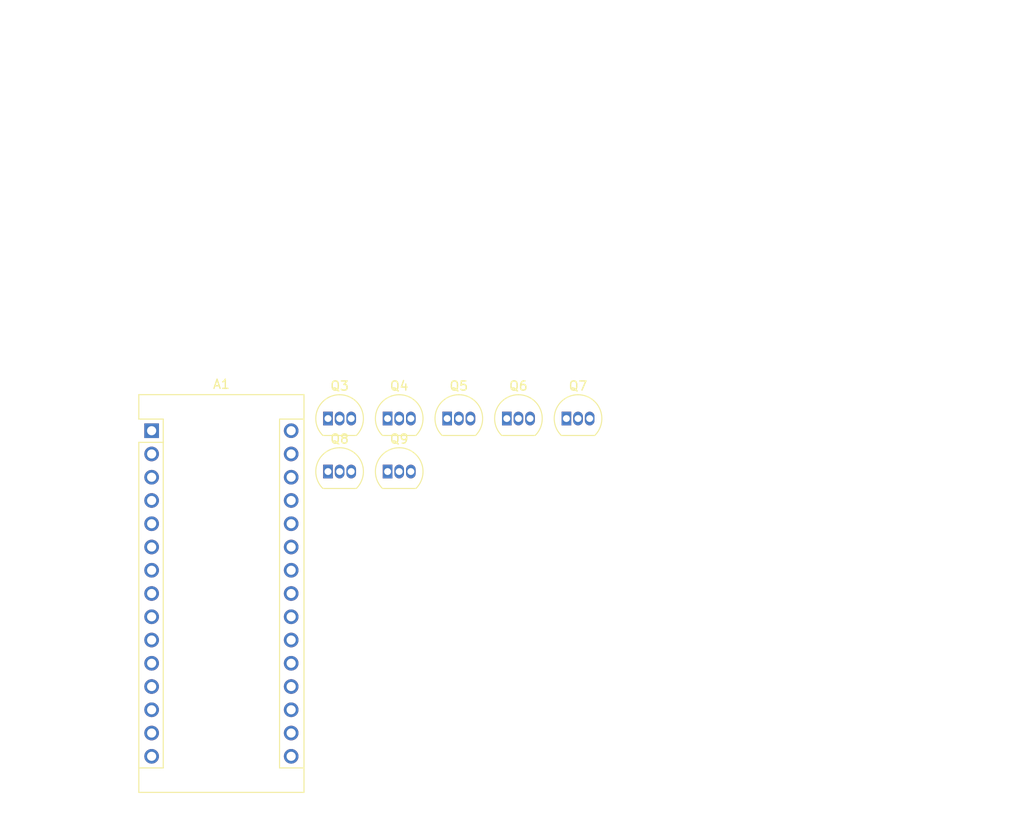
<source format=kicad_pcb>
(kicad_pcb (version 20171130) (host pcbnew "(5.1.9)-1")

  (general
    (thickness 1.6)
    (drawings 1)
    (tracks 0)
    (zones 0)
    (modules 8)
    (nets 38)
  )

  (page A4)
  (layers
    (0 F.Cu signal)
    (31 B.Cu signal)
    (32 B.Adhes user)
    (33 F.Adhes user)
    (34 B.Paste user)
    (35 F.Paste user)
    (36 B.SilkS user)
    (37 F.SilkS user)
    (38 B.Mask user)
    (39 F.Mask user)
    (40 Dwgs.User user)
    (41 Cmts.User user)
    (42 Eco1.User user)
    (43 Eco2.User user)
    (44 Edge.Cuts user)
    (45 Margin user)
    (46 B.CrtYd user)
    (47 F.CrtYd user)
    (48 B.Fab user)
    (49 F.Fab user)
  )

  (setup
    (last_trace_width 0.25)
    (trace_clearance 0.2)
    (zone_clearance 0.508)
    (zone_45_only no)
    (trace_min 0.2)
    (via_size 0.8)
    (via_drill 0.4)
    (via_min_size 0.4)
    (via_min_drill 0.3)
    (uvia_size 0.3)
    (uvia_drill 0.1)
    (uvias_allowed no)
    (uvia_min_size 0.2)
    (uvia_min_drill 0.1)
    (edge_width 0.05)
    (segment_width 0.2)
    (pcb_text_width 0.3)
    (pcb_text_size 1.5 1.5)
    (mod_edge_width 0.12)
    (mod_text_size 1 1)
    (mod_text_width 0.15)
    (pad_size 1.524 1.524)
    (pad_drill 0.762)
    (pad_to_mask_clearance 0)
    (aux_axis_origin 0 0)
    (visible_elements FFFFFF7F)
    (pcbplotparams
      (layerselection 0x010fc_ffffffff)
      (usegerberextensions false)
      (usegerberattributes true)
      (usegerberadvancedattributes true)
      (creategerberjobfile true)
      (excludeedgelayer true)
      (linewidth 0.100000)
      (plotframeref false)
      (viasonmask false)
      (mode 1)
      (useauxorigin false)
      (hpglpennumber 1)
      (hpglpenspeed 20)
      (hpglpendiameter 15.000000)
      (psnegative false)
      (psa4output false)
      (plotreference true)
      (plotvalue true)
      (plotinvisibletext false)
      (padsonsilk false)
      (subtractmaskfromsilk false)
      (outputformat 1)
      (mirror false)
      (drillshape 1)
      (scaleselection 1)
      (outputdirectory ""))
  )

  (net 0 "")
  (net 1 /LED_LOW_BAT_GPIO)
  (net 2 /SEG_H_GPIO)
  (net 3 "Net-(A1-Pad30)")
  (net 4 /SEG_G_GPIO)
  (net 5 GND)
  (net 6 /SEG_F_GPIO)
  (net 7 "Net-(A1-Pad28)")
  (net 8 /SEG_E_GPIO)
  (net 9 +1V0)
  (net 10 /SEG_D_GPIO)
  (net 11 "Net-(A1-Pad26)")
  (net 12 /SEG_C_GPIO)
  (net 13 "Net-(A1-Pad25)")
  (net 14 /SEG_B_GPIO)
  (net 15 "Net-(A1-Pad24)")
  (net 16 /SEG_A_GPIO)
  (net 17 "Net-(A1-Pad23)")
  (net 18 /DIG3_BASE)
  (net 19 "Net-(A1-Pad22)")
  (net 20 /DIG2_BASE)
  (net 21 "Net-(A1-Pad21)")
  (net 22 /DIG1_BASE)
  (net 23 "Net-(A1-Pad20)")
  (net 24 /+CELL_ENA)
  (net 25 "Net-(A1-Pad3)")
  (net 26 "Net-(A1-Pad18)")
  (net 27 /RX)
  (net 28 "Net-(A1-Pad17)")
  (net 29 /TX)
  (net 30 "Net-(Q2-Pad2)")
  (net 31 "Net-(Q3-Pad2)")
  (net 32 /DIG1)
  (net 33 "Net-(Q4-Pad2)")
  (net 34 /DIG2)
  (net 35 "Net-(Q6-Pad2)")
  (net 36 /DIG3)
  (net 37 "Net-(Q8-Pad2)")

  (net_class Default "This is the default net class."
    (clearance 0.2)
    (trace_width 0.25)
    (via_dia 0.8)
    (via_drill 0.4)
    (uvia_dia 0.3)
    (uvia_drill 0.1)
    (add_net +1V0)
    (add_net /+CELL_ENA)
    (add_net /DIG1)
    (add_net /DIG1_BASE)
    (add_net /DIG2)
    (add_net /DIG2_BASE)
    (add_net /DIG3)
    (add_net /DIG3_BASE)
    (add_net /LED_LOW_BAT_GPIO)
    (add_net /RX)
    (add_net /SEG_A_GPIO)
    (add_net /SEG_B_GPIO)
    (add_net /SEG_C_GPIO)
    (add_net /SEG_D_GPIO)
    (add_net /SEG_E_GPIO)
    (add_net /SEG_F_GPIO)
    (add_net /SEG_G_GPIO)
    (add_net /SEG_H_GPIO)
    (add_net /TX)
    (add_net GND)
    (add_net "Net-(A1-Pad17)")
    (add_net "Net-(A1-Pad18)")
    (add_net "Net-(A1-Pad20)")
    (add_net "Net-(A1-Pad21)")
    (add_net "Net-(A1-Pad22)")
    (add_net "Net-(A1-Pad23)")
    (add_net "Net-(A1-Pad24)")
    (add_net "Net-(A1-Pad25)")
    (add_net "Net-(A1-Pad26)")
    (add_net "Net-(A1-Pad28)")
    (add_net "Net-(A1-Pad3)")
    (add_net "Net-(A1-Pad30)")
    (add_net "Net-(Q2-Pad2)")
    (add_net "Net-(Q3-Pad2)")
    (add_net "Net-(Q4-Pad2)")
    (add_net "Net-(Q6-Pad2)")
    (add_net "Net-(Q8-Pad2)")
  )

  (module Package_TO_SOT_THT:TO-92_Inline (layer F.Cu) (tedit 5A1DD157) (tstamp 622F05DB)
    (at 118.48 102.25)
    (descr "TO-92 leads in-line, narrow, oval pads, drill 0.75mm (see NXP sot054_po.pdf)")
    (tags "to-92 sc-43 sc-43a sot54 PA33 transistor")
    (path /622B4FEF)
    (fp_text reference Q9 (at 1.27 -3.56) (layer F.SilkS)
      (effects (font (size 1 1) (thickness 0.15)))
    )
    (fp_text value BC547 (at 1.27 2.79) (layer F.Fab)
      (effects (font (size 1 1) (thickness 0.15)))
    )
    (fp_arc (start 1.27 0) (end 1.27 -2.6) (angle 135) (layer F.SilkS) (width 0.12))
    (fp_arc (start 1.27 0) (end 1.27 -2.48) (angle -135) (layer F.Fab) (width 0.1))
    (fp_arc (start 1.27 0) (end 1.27 -2.6) (angle -135) (layer F.SilkS) (width 0.12))
    (fp_arc (start 1.27 0) (end 1.27 -2.48) (angle 135) (layer F.Fab) (width 0.1))
    (fp_text user %R (at 1.27 0) (layer F.Fab)
      (effects (font (size 1 1) (thickness 0.15)))
    )
    (fp_line (start -0.53 1.85) (end 3.07 1.85) (layer F.SilkS) (width 0.12))
    (fp_line (start -0.5 1.75) (end 3 1.75) (layer F.Fab) (width 0.1))
    (fp_line (start -1.46 -2.73) (end 4 -2.73) (layer F.CrtYd) (width 0.05))
    (fp_line (start -1.46 -2.73) (end -1.46 2.01) (layer F.CrtYd) (width 0.05))
    (fp_line (start 4 2.01) (end 4 -2.73) (layer F.CrtYd) (width 0.05))
    (fp_line (start 4 2.01) (end -1.46 2.01) (layer F.CrtYd) (width 0.05))
    (pad 1 thru_hole rect (at 0 0) (size 1.05 1.5) (drill 0.75) (layers *.Cu *.Mask)
      (net 36 /DIG3))
    (pad 3 thru_hole oval (at 2.54 0) (size 1.05 1.5) (drill 0.75) (layers *.Cu *.Mask)
      (net 5 GND))
    (pad 2 thru_hole oval (at 1.27 0) (size 1.05 1.5) (drill 0.75) (layers *.Cu *.Mask)
      (net 37 "Net-(Q8-Pad2)"))
    (model ${KISYS3DMOD}/Package_TO_SOT_THT.3dshapes/TO-92_Inline.wrl
      (at (xyz 0 0 0))
      (scale (xyz 1 1 1))
      (rotate (xyz 0 0 0))
    )
  )

  (module Package_TO_SOT_THT:TO-92_Inline (layer F.Cu) (tedit 5A1DD157) (tstamp 622F05C9)
    (at 111.97 102.25)
    (descr "TO-92 leads in-line, narrow, oval pads, drill 0.75mm (see NXP sot054_po.pdf)")
    (tags "to-92 sc-43 sc-43a sot54 PA33 transistor")
    (path /622B5006)
    (fp_text reference Q8 (at 1.27 -3.56) (layer F.SilkS)
      (effects (font (size 1 1) (thickness 0.15)))
    )
    (fp_text value BC557 (at 1.27 2.79) (layer F.Fab)
      (effects (font (size 1 1) (thickness 0.15)))
    )
    (fp_arc (start 1.27 0) (end 1.27 -2.6) (angle 135) (layer F.SilkS) (width 0.12))
    (fp_arc (start 1.27 0) (end 1.27 -2.48) (angle -135) (layer F.Fab) (width 0.1))
    (fp_arc (start 1.27 0) (end 1.27 -2.6) (angle -135) (layer F.SilkS) (width 0.12))
    (fp_arc (start 1.27 0) (end 1.27 -2.48) (angle 135) (layer F.Fab) (width 0.1))
    (fp_text user %R (at 1.27 0) (layer F.Fab)
      (effects (font (size 1 1) (thickness 0.15)))
    )
    (fp_line (start -0.53 1.85) (end 3.07 1.85) (layer F.SilkS) (width 0.12))
    (fp_line (start -0.5 1.75) (end 3 1.75) (layer F.Fab) (width 0.1))
    (fp_line (start -1.46 -2.73) (end 4 -2.73) (layer F.CrtYd) (width 0.05))
    (fp_line (start -1.46 -2.73) (end -1.46 2.01) (layer F.CrtYd) (width 0.05))
    (fp_line (start 4 2.01) (end 4 -2.73) (layer F.CrtYd) (width 0.05))
    (fp_line (start 4 2.01) (end -1.46 2.01) (layer F.CrtYd) (width 0.05))
    (pad 1 thru_hole rect (at 0 0) (size 1.05 1.5) (drill 0.75) (layers *.Cu *.Mask)
      (net 9 +1V0))
    (pad 3 thru_hole oval (at 2.54 0) (size 1.05 1.5) (drill 0.75) (layers *.Cu *.Mask)
      (net 36 /DIG3))
    (pad 2 thru_hole oval (at 1.27 0) (size 1.05 1.5) (drill 0.75) (layers *.Cu *.Mask)
      (net 37 "Net-(Q8-Pad2)"))
    (model ${KISYS3DMOD}/Package_TO_SOT_THT.3dshapes/TO-92_Inline.wrl
      (at (xyz 0 0 0))
      (scale (xyz 1 1 1))
      (rotate (xyz 0 0 0))
    )
  )

  (module Package_TO_SOT_THT:TO-92_Inline (layer F.Cu) (tedit 5A1DD157) (tstamp 622F05B7)
    (at 138.01 96.46)
    (descr "TO-92 leads in-line, narrow, oval pads, drill 0.75mm (see NXP sot054_po.pdf)")
    (tags "to-92 sc-43 sc-43a sot54 PA33 transistor")
    (path /622AD3A9)
    (fp_text reference Q7 (at 1.27 -3.56) (layer F.SilkS)
      (effects (font (size 1 1) (thickness 0.15)))
    )
    (fp_text value BC547 (at 1.27 2.79) (layer F.Fab)
      (effects (font (size 1 1) (thickness 0.15)))
    )
    (fp_arc (start 1.27 0) (end 1.27 -2.6) (angle 135) (layer F.SilkS) (width 0.12))
    (fp_arc (start 1.27 0) (end 1.27 -2.48) (angle -135) (layer F.Fab) (width 0.1))
    (fp_arc (start 1.27 0) (end 1.27 -2.6) (angle -135) (layer F.SilkS) (width 0.12))
    (fp_arc (start 1.27 0) (end 1.27 -2.48) (angle 135) (layer F.Fab) (width 0.1))
    (fp_text user %R (at 1.27 0) (layer F.Fab)
      (effects (font (size 1 1) (thickness 0.15)))
    )
    (fp_line (start -0.53 1.85) (end 3.07 1.85) (layer F.SilkS) (width 0.12))
    (fp_line (start -0.5 1.75) (end 3 1.75) (layer F.Fab) (width 0.1))
    (fp_line (start -1.46 -2.73) (end 4 -2.73) (layer F.CrtYd) (width 0.05))
    (fp_line (start -1.46 -2.73) (end -1.46 2.01) (layer F.CrtYd) (width 0.05))
    (fp_line (start 4 2.01) (end 4 -2.73) (layer F.CrtYd) (width 0.05))
    (fp_line (start 4 2.01) (end -1.46 2.01) (layer F.CrtYd) (width 0.05))
    (pad 1 thru_hole rect (at 0 0) (size 1.05 1.5) (drill 0.75) (layers *.Cu *.Mask)
      (net 34 /DIG2))
    (pad 3 thru_hole oval (at 2.54 0) (size 1.05 1.5) (drill 0.75) (layers *.Cu *.Mask)
      (net 5 GND))
    (pad 2 thru_hole oval (at 1.27 0) (size 1.05 1.5) (drill 0.75) (layers *.Cu *.Mask)
      (net 35 "Net-(Q6-Pad2)"))
    (model ${KISYS3DMOD}/Package_TO_SOT_THT.3dshapes/TO-92_Inline.wrl
      (at (xyz 0 0 0))
      (scale (xyz 1 1 1))
      (rotate (xyz 0 0 0))
    )
  )

  (module Package_TO_SOT_THT:TO-92_Inline (layer F.Cu) (tedit 5A1DD157) (tstamp 622F05A5)
    (at 131.5 96.46)
    (descr "TO-92 leads in-line, narrow, oval pads, drill 0.75mm (see NXP sot054_po.pdf)")
    (tags "to-92 sc-43 sc-43a sot54 PA33 transistor")
    (path /622AD3C0)
    (fp_text reference Q6 (at 1.27 -3.56) (layer F.SilkS)
      (effects (font (size 1 1) (thickness 0.15)))
    )
    (fp_text value BC557 (at 1.27 2.79) (layer F.Fab)
      (effects (font (size 1 1) (thickness 0.15)))
    )
    (fp_arc (start 1.27 0) (end 1.27 -2.6) (angle 135) (layer F.SilkS) (width 0.12))
    (fp_arc (start 1.27 0) (end 1.27 -2.48) (angle -135) (layer F.Fab) (width 0.1))
    (fp_arc (start 1.27 0) (end 1.27 -2.6) (angle -135) (layer F.SilkS) (width 0.12))
    (fp_arc (start 1.27 0) (end 1.27 -2.48) (angle 135) (layer F.Fab) (width 0.1))
    (fp_text user %R (at 1.27 0) (layer F.Fab)
      (effects (font (size 1 1) (thickness 0.15)))
    )
    (fp_line (start -0.53 1.85) (end 3.07 1.85) (layer F.SilkS) (width 0.12))
    (fp_line (start -0.5 1.75) (end 3 1.75) (layer F.Fab) (width 0.1))
    (fp_line (start -1.46 -2.73) (end 4 -2.73) (layer F.CrtYd) (width 0.05))
    (fp_line (start -1.46 -2.73) (end -1.46 2.01) (layer F.CrtYd) (width 0.05))
    (fp_line (start 4 2.01) (end 4 -2.73) (layer F.CrtYd) (width 0.05))
    (fp_line (start 4 2.01) (end -1.46 2.01) (layer F.CrtYd) (width 0.05))
    (pad 1 thru_hole rect (at 0 0) (size 1.05 1.5) (drill 0.75) (layers *.Cu *.Mask)
      (net 9 +1V0))
    (pad 3 thru_hole oval (at 2.54 0) (size 1.05 1.5) (drill 0.75) (layers *.Cu *.Mask)
      (net 34 /DIG2))
    (pad 2 thru_hole oval (at 1.27 0) (size 1.05 1.5) (drill 0.75) (layers *.Cu *.Mask)
      (net 35 "Net-(Q6-Pad2)"))
    (model ${KISYS3DMOD}/Package_TO_SOT_THT.3dshapes/TO-92_Inline.wrl
      (at (xyz 0 0 0))
      (scale (xyz 1 1 1))
      (rotate (xyz 0 0 0))
    )
  )

  (module Package_TO_SOT_THT:TO-92_Inline (layer F.Cu) (tedit 5A1DD157) (tstamp 622F0593)
    (at 124.99 96.46)
    (descr "TO-92 leads in-line, narrow, oval pads, drill 0.75mm (see NXP sot054_po.pdf)")
    (tags "to-92 sc-43 sc-43a sot54 PA33 transistor")
    (path /6226478B)
    (fp_text reference Q5 (at 1.27 -3.56) (layer F.SilkS)
      (effects (font (size 1 1) (thickness 0.15)))
    )
    (fp_text value BC547 (at 1.27 2.79) (layer F.Fab)
      (effects (font (size 1 1) (thickness 0.15)))
    )
    (fp_arc (start 1.27 0) (end 1.27 -2.6) (angle 135) (layer F.SilkS) (width 0.12))
    (fp_arc (start 1.27 0) (end 1.27 -2.48) (angle -135) (layer F.Fab) (width 0.1))
    (fp_arc (start 1.27 0) (end 1.27 -2.6) (angle -135) (layer F.SilkS) (width 0.12))
    (fp_arc (start 1.27 0) (end 1.27 -2.48) (angle 135) (layer F.Fab) (width 0.1))
    (fp_text user %R (at 1.27 0) (layer F.Fab)
      (effects (font (size 1 1) (thickness 0.15)))
    )
    (fp_line (start -0.53 1.85) (end 3.07 1.85) (layer F.SilkS) (width 0.12))
    (fp_line (start -0.5 1.75) (end 3 1.75) (layer F.Fab) (width 0.1))
    (fp_line (start -1.46 -2.73) (end 4 -2.73) (layer F.CrtYd) (width 0.05))
    (fp_line (start -1.46 -2.73) (end -1.46 2.01) (layer F.CrtYd) (width 0.05))
    (fp_line (start 4 2.01) (end 4 -2.73) (layer F.CrtYd) (width 0.05))
    (fp_line (start 4 2.01) (end -1.46 2.01) (layer F.CrtYd) (width 0.05))
    (pad 1 thru_hole rect (at 0 0) (size 1.05 1.5) (drill 0.75) (layers *.Cu *.Mask)
      (net 32 /DIG1))
    (pad 3 thru_hole oval (at 2.54 0) (size 1.05 1.5) (drill 0.75) (layers *.Cu *.Mask)
      (net 5 GND))
    (pad 2 thru_hole oval (at 1.27 0) (size 1.05 1.5) (drill 0.75) (layers *.Cu *.Mask)
      (net 33 "Net-(Q4-Pad2)"))
    (model ${KISYS3DMOD}/Package_TO_SOT_THT.3dshapes/TO-92_Inline.wrl
      (at (xyz 0 0 0))
      (scale (xyz 1 1 1))
      (rotate (xyz 0 0 0))
    )
  )

  (module Package_TO_SOT_THT:TO-92_Inline (layer F.Cu) (tedit 5A1DD157) (tstamp 622F0581)
    (at 118.48 96.46)
    (descr "TO-92 leads in-line, narrow, oval pads, drill 0.75mm (see NXP sot054_po.pdf)")
    (tags "to-92 sc-43 sc-43a sot54 PA33 transistor")
    (path /62281591)
    (fp_text reference Q4 (at 1.27 -3.56) (layer F.SilkS)
      (effects (font (size 1 1) (thickness 0.15)))
    )
    (fp_text value BC557 (at 1.27 2.79) (layer F.Fab)
      (effects (font (size 1 1) (thickness 0.15)))
    )
    (fp_arc (start 1.27 0) (end 1.27 -2.6) (angle 135) (layer F.SilkS) (width 0.12))
    (fp_arc (start 1.27 0) (end 1.27 -2.48) (angle -135) (layer F.Fab) (width 0.1))
    (fp_arc (start 1.27 0) (end 1.27 -2.6) (angle -135) (layer F.SilkS) (width 0.12))
    (fp_arc (start 1.27 0) (end 1.27 -2.48) (angle 135) (layer F.Fab) (width 0.1))
    (fp_text user %R (at 1.27 0) (layer F.Fab)
      (effects (font (size 1 1) (thickness 0.15)))
    )
    (fp_line (start -0.53 1.85) (end 3.07 1.85) (layer F.SilkS) (width 0.12))
    (fp_line (start -0.5 1.75) (end 3 1.75) (layer F.Fab) (width 0.1))
    (fp_line (start -1.46 -2.73) (end 4 -2.73) (layer F.CrtYd) (width 0.05))
    (fp_line (start -1.46 -2.73) (end -1.46 2.01) (layer F.CrtYd) (width 0.05))
    (fp_line (start 4 2.01) (end 4 -2.73) (layer F.CrtYd) (width 0.05))
    (fp_line (start 4 2.01) (end -1.46 2.01) (layer F.CrtYd) (width 0.05))
    (pad 1 thru_hole rect (at 0 0) (size 1.05 1.5) (drill 0.75) (layers *.Cu *.Mask)
      (net 9 +1V0))
    (pad 3 thru_hole oval (at 2.54 0) (size 1.05 1.5) (drill 0.75) (layers *.Cu *.Mask)
      (net 32 /DIG1))
    (pad 2 thru_hole oval (at 1.27 0) (size 1.05 1.5) (drill 0.75) (layers *.Cu *.Mask)
      (net 33 "Net-(Q4-Pad2)"))
    (model ${KISYS3DMOD}/Package_TO_SOT_THT.3dshapes/TO-92_Inline.wrl
      (at (xyz 0 0 0))
      (scale (xyz 1 1 1))
      (rotate (xyz 0 0 0))
    )
  )

  (module Package_TO_SOT_THT:TO-92_Inline (layer F.Cu) (tedit 5A1DD157) (tstamp 622F056F)
    (at 111.97 96.46)
    (descr "TO-92 leads in-line, narrow, oval pads, drill 0.75mm (see NXP sot054_po.pdf)")
    (tags "to-92 sc-43 sc-43a sot54 PA33 transistor")
    (path /622B618B)
    (fp_text reference Q3 (at 1.27 -3.56) (layer F.SilkS)
      (effects (font (size 1 1) (thickness 0.15)))
    )
    (fp_text value BC547 (at 1.27 2.79) (layer F.Fab)
      (effects (font (size 1 1) (thickness 0.15)))
    )
    (fp_arc (start 1.27 0) (end 1.27 -2.6) (angle 135) (layer F.SilkS) (width 0.12))
    (fp_arc (start 1.27 0) (end 1.27 -2.48) (angle -135) (layer F.Fab) (width 0.1))
    (fp_arc (start 1.27 0) (end 1.27 -2.6) (angle -135) (layer F.SilkS) (width 0.12))
    (fp_arc (start 1.27 0) (end 1.27 -2.48) (angle 135) (layer F.Fab) (width 0.1))
    (fp_text user %R (at 1.27 0) (layer F.Fab)
      (effects (font (size 1 1) (thickness 0.15)))
    )
    (fp_line (start -0.53 1.85) (end 3.07 1.85) (layer F.SilkS) (width 0.12))
    (fp_line (start -0.5 1.75) (end 3 1.75) (layer F.Fab) (width 0.1))
    (fp_line (start -1.46 -2.73) (end 4 -2.73) (layer F.CrtYd) (width 0.05))
    (fp_line (start -1.46 -2.73) (end -1.46 2.01) (layer F.CrtYd) (width 0.05))
    (fp_line (start 4 2.01) (end 4 -2.73) (layer F.CrtYd) (width 0.05))
    (fp_line (start 4 2.01) (end -1.46 2.01) (layer F.CrtYd) (width 0.05))
    (pad 1 thru_hole rect (at 0 0) (size 1.05 1.5) (drill 0.75) (layers *.Cu *.Mask)
      (net 30 "Net-(Q2-Pad2)"))
    (pad 3 thru_hole oval (at 2.54 0) (size 1.05 1.5) (drill 0.75) (layers *.Cu *.Mask)
      (net 5 GND))
    (pad 2 thru_hole oval (at 1.27 0) (size 1.05 1.5) (drill 0.75) (layers *.Cu *.Mask)
      (net 31 "Net-(Q3-Pad2)"))
    (model ${KISYS3DMOD}/Package_TO_SOT_THT.3dshapes/TO-92_Inline.wrl
      (at (xyz 0 0 0))
      (scale (xyz 1 1 1))
      (rotate (xyz 0 0 0))
    )
  )

  (module Module:Arduino_Nano (layer F.Cu) (tedit 58ACAF70) (tstamp 622F0871)
    (at 92.71 97.79)
    (descr "Arduino Nano, http://www.mouser.com/pdfdocs/Gravitech_Arduino_Nano3_0.pdf")
    (tags "Arduino Nano")
    (path /62262C29)
    (fp_text reference A1 (at 7.62 -5.08) (layer F.SilkS)
      (effects (font (size 1 1) (thickness 0.15)))
    )
    (fp_text value Arduino_Nano_v3.x (at 8.89 19.05 90) (layer F.Fab)
      (effects (font (size 1 1) (thickness 0.15)))
    )
    (fp_text user %R (at 6.35 19.05 90) (layer F.Fab)
      (effects (font (size 1 1) (thickness 0.15)))
    )
    (fp_line (start 1.27 1.27) (end 1.27 -1.27) (layer F.SilkS) (width 0.12))
    (fp_line (start 1.27 -1.27) (end -1.4 -1.27) (layer F.SilkS) (width 0.12))
    (fp_line (start -1.4 1.27) (end -1.4 39.5) (layer F.SilkS) (width 0.12))
    (fp_line (start -1.4 -3.94) (end -1.4 -1.27) (layer F.SilkS) (width 0.12))
    (fp_line (start 13.97 -1.27) (end 16.64 -1.27) (layer F.SilkS) (width 0.12))
    (fp_line (start 13.97 -1.27) (end 13.97 36.83) (layer F.SilkS) (width 0.12))
    (fp_line (start 13.97 36.83) (end 16.64 36.83) (layer F.SilkS) (width 0.12))
    (fp_line (start 1.27 1.27) (end -1.4 1.27) (layer F.SilkS) (width 0.12))
    (fp_line (start 1.27 1.27) (end 1.27 36.83) (layer F.SilkS) (width 0.12))
    (fp_line (start 1.27 36.83) (end -1.4 36.83) (layer F.SilkS) (width 0.12))
    (fp_line (start 3.81 31.75) (end 11.43 31.75) (layer F.Fab) (width 0.1))
    (fp_line (start 11.43 31.75) (end 11.43 41.91) (layer F.Fab) (width 0.1))
    (fp_line (start 11.43 41.91) (end 3.81 41.91) (layer F.Fab) (width 0.1))
    (fp_line (start 3.81 41.91) (end 3.81 31.75) (layer F.Fab) (width 0.1))
    (fp_line (start -1.4 39.5) (end 16.64 39.5) (layer F.SilkS) (width 0.12))
    (fp_line (start 16.64 39.5) (end 16.64 -3.94) (layer F.SilkS) (width 0.12))
    (fp_line (start 16.64 -3.94) (end -1.4 -3.94) (layer F.SilkS) (width 0.12))
    (fp_line (start 16.51 39.37) (end -1.27 39.37) (layer F.Fab) (width 0.1))
    (fp_line (start -1.27 39.37) (end -1.27 -2.54) (layer F.Fab) (width 0.1))
    (fp_line (start -1.27 -2.54) (end 0 -3.81) (layer F.Fab) (width 0.1))
    (fp_line (start 0 -3.81) (end 16.51 -3.81) (layer F.Fab) (width 0.1))
    (fp_line (start 16.51 -3.81) (end 16.51 39.37) (layer F.Fab) (width 0.1))
    (fp_line (start -1.53 -4.06) (end 16.75 -4.06) (layer F.CrtYd) (width 0.05))
    (fp_line (start -1.53 -4.06) (end -1.53 42.16) (layer F.CrtYd) (width 0.05))
    (fp_line (start 16.75 42.16) (end 16.75 -4.06) (layer F.CrtYd) (width 0.05))
    (fp_line (start 16.75 42.16) (end -1.53 42.16) (layer F.CrtYd) (width 0.05))
    (pad 16 thru_hole oval (at 15.24 35.56) (size 1.6 1.6) (drill 1) (layers *.Cu *.Mask)
      (net 1 /LED_LOW_BAT_GPIO))
    (pad 15 thru_hole oval (at 0 35.56) (size 1.6 1.6) (drill 1) (layers *.Cu *.Mask)
      (net 2 /SEG_H_GPIO))
    (pad 30 thru_hole oval (at 15.24 0) (size 1.6 1.6) (drill 1) (layers *.Cu *.Mask)
      (net 3 "Net-(A1-Pad30)"))
    (pad 14 thru_hole oval (at 0 33.02) (size 1.6 1.6) (drill 1) (layers *.Cu *.Mask)
      (net 4 /SEG_G_GPIO))
    (pad 29 thru_hole oval (at 15.24 2.54) (size 1.6 1.6) (drill 1) (layers *.Cu *.Mask)
      (net 5 GND))
    (pad 13 thru_hole oval (at 0 30.48) (size 1.6 1.6) (drill 1) (layers *.Cu *.Mask)
      (net 6 /SEG_F_GPIO))
    (pad 28 thru_hole oval (at 15.24 5.08) (size 1.6 1.6) (drill 1) (layers *.Cu *.Mask)
      (net 7 "Net-(A1-Pad28)"))
    (pad 12 thru_hole oval (at 0 27.94) (size 1.6 1.6) (drill 1) (layers *.Cu *.Mask)
      (net 8 /SEG_E_GPIO))
    (pad 27 thru_hole oval (at 15.24 7.62) (size 1.6 1.6) (drill 1) (layers *.Cu *.Mask)
      (net 9 +1V0))
    (pad 11 thru_hole oval (at 0 25.4) (size 1.6 1.6) (drill 1) (layers *.Cu *.Mask)
      (net 10 /SEG_D_GPIO))
    (pad 26 thru_hole oval (at 15.24 10.16) (size 1.6 1.6) (drill 1) (layers *.Cu *.Mask)
      (net 11 "Net-(A1-Pad26)"))
    (pad 10 thru_hole oval (at 0 22.86) (size 1.6 1.6) (drill 1) (layers *.Cu *.Mask)
      (net 12 /SEG_C_GPIO))
    (pad 25 thru_hole oval (at 15.24 12.7) (size 1.6 1.6) (drill 1) (layers *.Cu *.Mask)
      (net 13 "Net-(A1-Pad25)"))
    (pad 9 thru_hole oval (at 0 20.32) (size 1.6 1.6) (drill 1) (layers *.Cu *.Mask)
      (net 14 /SEG_B_GPIO))
    (pad 24 thru_hole oval (at 15.24 15.24) (size 1.6 1.6) (drill 1) (layers *.Cu *.Mask)
      (net 15 "Net-(A1-Pad24)"))
    (pad 8 thru_hole oval (at 0 17.78) (size 1.6 1.6) (drill 1) (layers *.Cu *.Mask)
      (net 16 /SEG_A_GPIO))
    (pad 23 thru_hole oval (at 15.24 17.78) (size 1.6 1.6) (drill 1) (layers *.Cu *.Mask)
      (net 17 "Net-(A1-Pad23)"))
    (pad 7 thru_hole oval (at 0 15.24) (size 1.6 1.6) (drill 1) (layers *.Cu *.Mask)
      (net 18 /DIG3_BASE))
    (pad 22 thru_hole oval (at 15.24 20.32) (size 1.6 1.6) (drill 1) (layers *.Cu *.Mask)
      (net 19 "Net-(A1-Pad22)"))
    (pad 6 thru_hole oval (at 0 12.7) (size 1.6 1.6) (drill 1) (layers *.Cu *.Mask)
      (net 20 /DIG2_BASE))
    (pad 21 thru_hole oval (at 15.24 22.86) (size 1.6 1.6) (drill 1) (layers *.Cu *.Mask)
      (net 21 "Net-(A1-Pad21)"))
    (pad 5 thru_hole oval (at 0 10.16) (size 1.6 1.6) (drill 1) (layers *.Cu *.Mask)
      (net 22 /DIG1_BASE))
    (pad 20 thru_hole oval (at 15.24 25.4) (size 1.6 1.6) (drill 1) (layers *.Cu *.Mask)
      (net 23 "Net-(A1-Pad20)"))
    (pad 4 thru_hole oval (at 0 7.62) (size 1.6 1.6) (drill 1) (layers *.Cu *.Mask)
      (net 5 GND))
    (pad 19 thru_hole oval (at 15.24 27.94) (size 1.6 1.6) (drill 1) (layers *.Cu *.Mask)
      (net 24 /+CELL_ENA))
    (pad 3 thru_hole oval (at 0 5.08) (size 1.6 1.6) (drill 1) (layers *.Cu *.Mask)
      (net 25 "Net-(A1-Pad3)"))
    (pad 18 thru_hole oval (at 15.24 30.48) (size 1.6 1.6) (drill 1) (layers *.Cu *.Mask)
      (net 26 "Net-(A1-Pad18)"))
    (pad 2 thru_hole oval (at 0 2.54) (size 1.6 1.6) (drill 1) (layers *.Cu *.Mask)
      (net 27 /RX))
    (pad 17 thru_hole oval (at 15.24 33.02) (size 1.6 1.6) (drill 1) (layers *.Cu *.Mask)
      (net 28 "Net-(A1-Pad17)"))
    (pad 1 thru_hole rect (at 0 0) (size 1.6 1.6) (drill 1) (layers *.Cu *.Mask)
      (net 29 /TX))
    (model ${KISYS3DMOD}/Module.3dshapes/Arduino_Nano_WithMountingHoles.wrl
      (at (xyz 0 0 0))
      (scale (xyz 1 1 1))
      (rotate (xyz 0 0 0))
    )
  )

  (gr_poly (pts (xy 187.96 139.7) (xy 76.2 139.7) (xy 76.2 50.8) (xy 187.96 50.8)) (layer Dwgs.User) (width 0.1))

)

</source>
